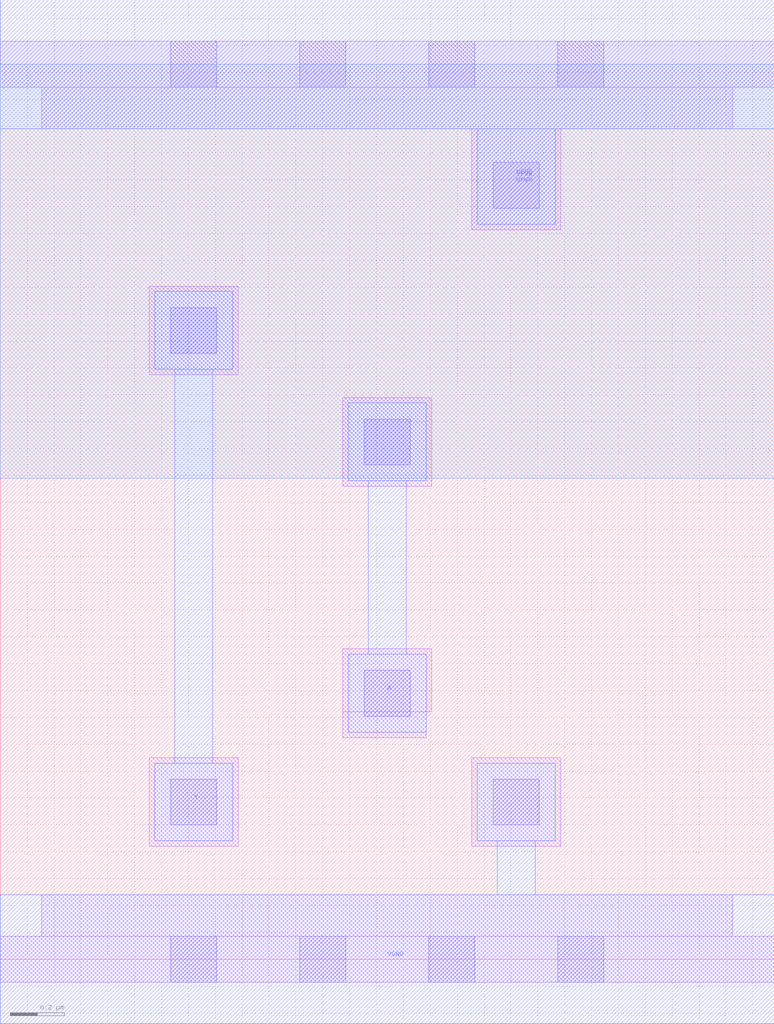
<source format=lef>
VERSION 5.7 ;
  NOWIREEXTENSIONATPIN ON ;
  DIVIDERCHAR "/" ;
  BUSBITCHARS "[]" ;
MACRO INV
  CLASS CORE ;
  FOREIGN INV ;
  ORIGIN 0.000 0.000 ;
  SIZE 2.880 BY 3.330 ;
  SYMMETRY X Y ;
  SITE unit ;
  PIN A
    ANTENNAGATEAREA 0.189000 ;
    PORT
      LAYER met1 ;
        RECT 1.295 1.780 1.585 2.070 ;
        RECT 1.370 1.135 1.510 1.780 ;
        RECT 1.295 0.845 1.585 1.135 ;
    END
  END A
  PIN VGND
    ANTENNADIFFAREA 0.352100 ;
    PORT
      LAYER met1 ;
        RECT 1.775 0.440 2.065 0.730 ;
        RECT 1.850 0.240 1.990 0.440 ;
        RECT 0.000 -0.240 2.880 0.240 ;
    END
    PORT
      LAYER met1 ;
        RECT 0.000 3.090 2.880 3.570 ;
        RECT 1.775 2.735 2.065 3.090 ;
    END
  END VGND
  PIN VPWR
    ANTENNADIFFAREA 0.663600 ;
    PORT
      LAYER li1 ;
        RECT 0.000 3.245 2.880 3.415 ;
        RECT 0.155 3.090 2.725 3.245 ;
        RECT 1.755 2.715 2.085 3.090 ;
      LAYER mcon ;
        RECT 0.635 3.245 0.805 3.415 ;
        RECT 1.115 3.245 1.285 3.415 ;
        RECT 1.595 3.245 1.765 3.415 ;
        RECT 2.075 3.245 2.245 3.415 ;
        RECT 1.835 2.795 2.005 2.965 ;
    END
  END VPWR
  PIN Y
    ANTENNADIFFAREA 1.031650 ;
    PORT
      LAYER met1 ;
        RECT 0.575 2.195 0.865 2.485 ;
        RECT 0.650 0.730 0.790 2.195 ;
        RECT 0.575 0.440 0.865 0.730 ;
    END
  END Y
  OBS
      LAYER nwell ;
        RECT 0.000 1.790 2.880 3.330 ;
      LAYER li1 ;
        RECT 0.555 2.175 0.885 2.505 ;
        RECT 1.275 1.760 1.605 2.090 ;
        RECT 1.275 0.920 1.605 1.155 ;
        RECT 1.275 0.825 1.585 0.920 ;
        RECT 0.555 0.420 0.885 0.750 ;
        RECT 1.755 0.420 2.085 0.750 ;
        RECT 0.155 0.085 2.725 0.240 ;
        RECT 0.000 -0.085 2.880 0.085 ;
      LAYER mcon ;
        RECT 0.635 2.255 0.805 2.425 ;
        RECT 1.355 1.840 1.525 2.010 ;
        RECT 1.355 0.905 1.525 1.075 ;
        RECT 0.635 0.500 0.805 0.670 ;
        RECT 1.835 0.500 2.005 0.670 ;
        RECT 0.635 -0.085 0.805 0.085 ;
        RECT 1.115 -0.085 1.285 0.085 ;
        RECT 1.595 -0.085 1.765 0.085 ;
        RECT 2.075 -0.085 2.245 0.085 ;
  END
END INV
END LIBRARY


</source>
